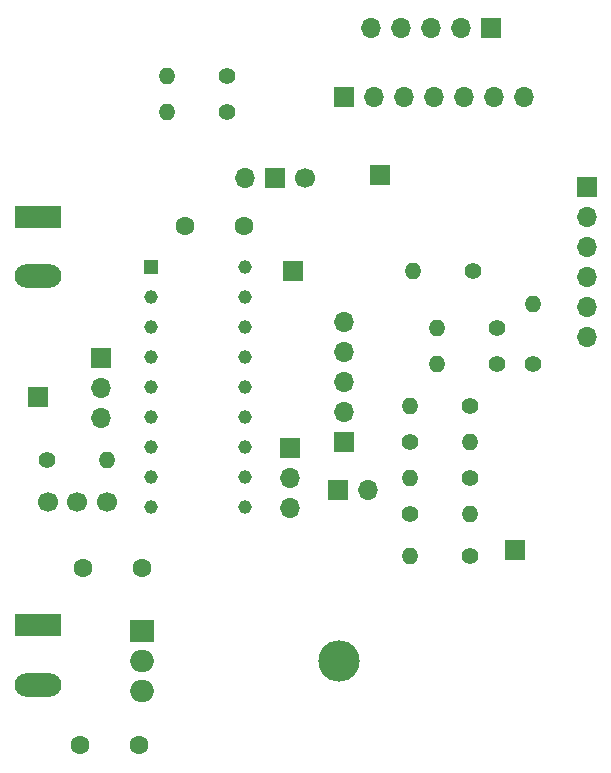
<source format=gbr>
%TF.GenerationSoftware,KiCad,Pcbnew,(6.0.4)*%
%TF.CreationDate,2022-07-11T12:49:24+03:00*%
%TF.ProjectId,V1_mini_mcp2515_based,56315f6d-696e-4695-9f6d-637032353135,rev?*%
%TF.SameCoordinates,Original*%
%TF.FileFunction,Soldermask,Bot*%
%TF.FilePolarity,Negative*%
%FSLAX46Y46*%
G04 Gerber Fmt 4.6, Leading zero omitted, Abs format (unit mm)*
G04 Created by KiCad (PCBNEW (6.0.4)) date 2022-07-11 12:49:24*
%MOMM*%
%LPD*%
G01*
G04 APERTURE LIST*
%ADD10R,1.700000X1.700000*%
%ADD11O,1.400000X1.400000*%
%ADD12C,1.400000*%
%ADD13O,1.700000X1.700000*%
%ADD14C,1.700000*%
%ADD15R,3.960000X1.980000*%
%ADD16O,3.960000X1.980000*%
%ADD17R,1.159000X1.159000*%
%ADD18C,1.159000*%
%ADD19C,1.600000*%
%ADD20O,3.500000X3.500000*%
%ADD21R,2.000000X1.905000*%
%ADD22O,2.000000X1.905000*%
G04 APERTURE END LIST*
D10*
%TO.C,J11*%
X71374000Y-98806000D03*
%TD*%
%TO.C,J10*%
X82804000Y-130556000D03*
%TD*%
D11*
%TO.C,R9*%
X76200000Y-111760000D03*
D12*
X81280000Y-111760000D03*
%TD*%
%TO.C,R12*%
X73914000Y-127508000D03*
D11*
X78994000Y-127508000D03*
%TD*%
D12*
%TO.C,R11*%
X78994000Y-124460000D03*
D11*
X73914000Y-124460000D03*
%TD*%
D12*
%TO.C,R10*%
X81280000Y-114808000D03*
D11*
X76200000Y-114808000D03*
%TD*%
%TO.C,R8*%
X84328000Y-109728000D03*
D12*
X84328000Y-114808000D03*
%TD*%
%TO.C,R7*%
X79248000Y-106934000D03*
D11*
X74168000Y-106934000D03*
%TD*%
D10*
%TO.C,JP1*%
X67813000Y-125476000D03*
D13*
X70353000Y-125476000D03*
%TD*%
D10*
%TO.C,J14*%
X88900000Y-99822000D03*
D13*
X88900000Y-102362000D03*
X88900000Y-104902000D03*
X88900000Y-107442000D03*
X88900000Y-109982000D03*
X88900000Y-112522000D03*
%TD*%
D14*
%TO.C,J8*%
X65009000Y-99060000D03*
D10*
X62469000Y-99060000D03*
D13*
X59929000Y-99060000D03*
%TD*%
D10*
%TO.C,J6*%
X63754000Y-121891000D03*
D13*
X63754000Y-124431000D03*
X63754000Y-126971000D03*
%TD*%
D10*
%TO.C,J4*%
X47752000Y-114300000D03*
D13*
X47752000Y-116840000D03*
X47752000Y-119380000D03*
%TD*%
D10*
%TO.C,J3*%
X42418000Y-117602000D03*
%TD*%
D15*
%TO.C,J12*%
X42418000Y-136935000D03*
D16*
X42418000Y-141935000D03*
%TD*%
D17*
%TO.C,IC1*%
X52006000Y-106622000D03*
D18*
X52006000Y-109162000D03*
X52006000Y-111702000D03*
X52006000Y-114242000D03*
X52006000Y-116782000D03*
X52006000Y-119322000D03*
X52006000Y-121862000D03*
X52006000Y-124402000D03*
X52006000Y-126942000D03*
X59944000Y-126942000D03*
X59944000Y-124402000D03*
X59944000Y-121862000D03*
X59944000Y-119322000D03*
X59944000Y-116782000D03*
X59944000Y-114242000D03*
X59944000Y-111702000D03*
X59944000Y-109162000D03*
X59944000Y-106622000D03*
%TD*%
D12*
%TO.C,R4*%
X58420000Y-93472000D03*
D11*
X53340000Y-93472000D03*
%TD*%
D10*
%TO.C,J9*%
X68326000Y-121407000D03*
D13*
X68326000Y-118867000D03*
X68326000Y-116327000D03*
X68326000Y-113787000D03*
X68326000Y-111247000D03*
%TD*%
D19*
%TO.C,C2*%
X46268000Y-132080000D03*
X51268000Y-132080000D03*
%TD*%
D12*
%TO.C,R5*%
X78994000Y-118364000D03*
D11*
X73914000Y-118364000D03*
%TD*%
D12*
%TO.C,R3*%
X58420000Y-90424000D03*
D11*
X53340000Y-90424000D03*
%TD*%
D15*
%TO.C,J2*%
X42418000Y-102362000D03*
D16*
X42418000Y-107362000D03*
%TD*%
D12*
%TO.C,R1*%
X43180000Y-122936000D03*
D11*
X48260000Y-122936000D03*
%TD*%
D12*
%TO.C,R6*%
X73914000Y-121412000D03*
D11*
X78994000Y-121412000D03*
%TD*%
D19*
%TO.C,C1*%
X59904000Y-103095000D03*
X54904000Y-103095000D03*
%TD*%
D14*
%TO.C,Y1*%
X48260000Y-126463000D03*
X45760000Y-126463000D03*
X43260000Y-126463000D03*
%TD*%
D10*
%TO.C,J7*%
X64008000Y-106934000D03*
%TD*%
D12*
%TO.C,R2*%
X78994000Y-131064000D03*
D11*
X73914000Y-131064000D03*
%TD*%
D10*
%TO.C,J13*%
X80772000Y-86360000D03*
D13*
X78232000Y-86360000D03*
X75692000Y-86360000D03*
X73152000Y-86360000D03*
X70612000Y-86360000D03*
%TD*%
D19*
%TO.C,C3*%
X51014000Y-147066000D03*
X46014000Y-147066000D03*
%TD*%
D20*
%TO.C,U1*%
X67882000Y-139954000D03*
D21*
X51222000Y-137414000D03*
D22*
X51222000Y-139954000D03*
X51222000Y-142494000D03*
%TD*%
D10*
%TO.C,J1*%
X68326000Y-92202000D03*
D13*
X70866000Y-92202000D03*
X73406000Y-92202000D03*
X75946000Y-92202000D03*
X78486000Y-92202000D03*
X81026000Y-92202000D03*
X83566000Y-92202000D03*
%TD*%
M02*

</source>
